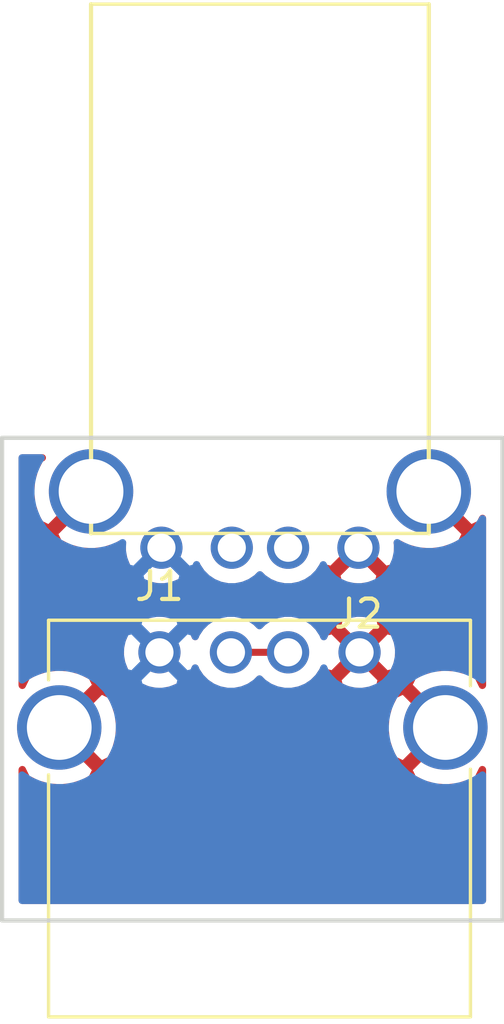
<source format=kicad_pcb>
(kicad_pcb (version 20171130) (host pcbnew 5.1.5)

  (general
    (thickness 1.6)
    (drawings 4)
    (tracks 1)
    (zones 0)
    (modules 2)
    (nets 6)
  )

  (page A4)
  (layers
    (0 F.Cu signal)
    (31 B.Cu signal)
    (32 B.Adhes user)
    (33 F.Adhes user)
    (34 B.Paste user)
    (35 F.Paste user)
    (36 B.SilkS user)
    (37 F.SilkS user)
    (38 B.Mask user)
    (39 F.Mask user)
    (40 Dwgs.User user)
    (41 Cmts.User user)
    (42 Eco1.User user)
    (43 Eco2.User user)
    (44 Edge.Cuts user)
    (45 Margin user)
    (46 B.CrtYd user)
    (47 F.CrtYd user)
    (48 B.Fab user)
    (49 F.Fab user)
  )

  (setup
    (last_trace_width 0.25)
    (trace_clearance 0.2)
    (zone_clearance 0.508)
    (zone_45_only no)
    (trace_min 0.2)
    (via_size 0.6)
    (via_drill 0.4)
    (via_min_size 0.4)
    (via_min_drill 0.3)
    (uvia_size 0.3)
    (uvia_drill 0.1)
    (uvias_allowed no)
    (uvia_min_size 0.2)
    (uvia_min_drill 0.1)
    (edge_width 0.15)
    (segment_width 0.2)
    (pcb_text_width 0.3)
    (pcb_text_size 1.5 1.5)
    (mod_edge_width 0.15)
    (mod_text_size 1 1)
    (mod_text_width 0.15)
    (pad_size 1.524 1.524)
    (pad_drill 0.762)
    (pad_to_mask_clearance 0.2)
    (aux_axis_origin 0 0)
    (visible_elements FFFFFF7F)
    (pcbplotparams
      (layerselection 0x00030_80000001)
      (usegerberextensions false)
      (usegerberattributes false)
      (usegerberadvancedattributes false)
      (creategerberjobfile false)
      (excludeedgelayer true)
      (linewidth 0.100000)
      (plotframeref false)
      (viasonmask false)
      (mode 1)
      (useauxorigin false)
      (hpglpennumber 1)
      (hpglpenspeed 20)
      (hpglpendiameter 15.000000)
      (psnegative false)
      (psa4output false)
      (plotreference true)
      (plotvalue true)
      (plotinvisibletext false)
      (padsonsilk false)
      (subtractmaskfromsilk false)
      (outputformat 1)
      (mirror false)
      (drillshape 1)
      (scaleselection 1)
      (outputdirectory ""))
  )

  (net 0 "")
  (net 1 GND)
  (net 2 "Net-(J1-Pad2)")
  (net 3 VBUS)
  (net 4 "Net-(J2-Pad2)")
  (net 5 "Net-(J2-Pad3)")

  (net_class Default 这是默认网络组.
    (clearance 0.2)
    (trace_width 0.25)
    (via_dia 0.6)
    (via_drill 0.4)
    (uvia_dia 0.3)
    (uvia_drill 0.1)
    (add_net "Net-(J1-Pad2)")
    (add_net "Net-(J2-Pad2)")
    (add_net "Net-(J2-Pad3)")
  )

  (net_class Power ""
    (clearance 0.2)
    (trace_width 0.4)
    (via_dia 0.6)
    (via_drill 0.4)
    (uvia_dia 0.3)
    (uvia_drill 0.1)
    (add_net GND)
    (add_net VBUS)
  )

  (module Icenowy_Connectors:USB_A_Plug (layer F.Cu) (tedit 5E906CAC) (tstamp 5B5A274F)
    (at 156.17 101.06 180)
    (descr "USB A plug")
    (tags "USB USB_A")
    (path /5B4743E8)
    (fp_text reference J2 (at 0 -2.35 180) (layer F.SilkS)
      (effects (font (size 1 1) (thickness 0.15)))
    )
    (fp_text value USB_A (at 3.84 7.44 180) (layer F.Fab)
      (effects (font (size 1 1) (thickness 0.15)))
    )
    (fp_line (start -2.5 19.308) (end 9.5 19.308) (layer F.SilkS) (width 0.12))
    (fp_line (start -2.5 0.508) (end -2.5 19.308) (layer F.SilkS) (width 0.15))
    (fp_line (start -2.5 0.508) (end 9.5 0.508) (layer F.SilkS) (width 0.12))
    (fp_line (start -4.191 -1.397) (end 11.303 -1.397) (layer F.CrtYd) (width 0.05))
    (fp_line (start -4.191 19.431) (end 11.303 19.431) (layer F.CrtYd) (width 0.05))
    (fp_line (start 11.303 -1.397) (end 11.303 19.431) (layer F.CrtYd) (width 0.05))
    (fp_line (start -4.191 19.431) (end -4.191 -1.397) (layer F.CrtYd) (width 0.05))
    (fp_line (start 9.5 0.508) (end 9.5 19.308) (layer F.SilkS) (width 0.15))
    (pad "" np_thru_hole circle (at 1.25 2 90) (size 1.5 1.5) (drill 1.5) (layers *.Cu *.Mask))
    (pad 5 thru_hole circle (at -2.5 2 90) (size 3 3) (drill 2.3) (layers *.Cu *.Mask)
      (net 1 GND))
    (pad 5 thru_hole circle (at 9.5 2 90) (size 3 3) (drill 2.3) (layers *.Cu *.Mask)
      (net 1 GND))
    (pad 4 thru_hole circle (at 0 0 90) (size 1.5 1.5) (drill 1) (layers *.Cu *.Mask)
      (net 1 GND))
    (pad 3 thru_hole circle (at 2.5 0 90) (size 1.5 1.5) (drill 1) (layers *.Cu *.Mask)
      (net 5 "Net-(J2-Pad3)"))
    (pad 2 thru_hole circle (at 4.5 0 90) (size 1.5 1.5) (drill 1) (layers *.Cu *.Mask)
      (net 4 "Net-(J2-Pad2)"))
    (pad 1 thru_hole circle (at 7 0 90) (size 1.5 1.5) (drill 1) (layers *.Cu *.Mask)
      (net 3 VBUS))
    (pad "" np_thru_hole circle (at 5.75 2 90) (size 1.5 1.5) (drill 1.5) (layers *.Cu *.Mask))
    (model /home/icenowy/kicad/packages/USB_A_Plug.step
      (offset (xyz 3.5 -20 0))
      (scale (xyz 1 1 1))
      (rotate (xyz -90 0 0))
    )
  )

  (module Connectors:USB_A (layer F.Cu) (tedit 5543E289) (tstamp 5B476F4F)
    (at 149.1 104.775)
    (descr "USB A connector")
    (tags "USB USB_A")
    (path /5B47439E)
    (fp_text reference J1 (at 0 -2.35) (layer F.SilkS)
      (effects (font (size 1 1) (thickness 0.15)))
    )
    (fp_text value USB_A (at 3.84 7.44) (layer F.Fab)
      (effects (font (size 1 1) (thickness 0.15)))
    )
    (fp_line (start -5.3 13.2) (end -5.3 -1.4) (layer F.CrtYd) (width 0.05))
    (fp_line (start 11.95 -1.4) (end 11.95 13.2) (layer F.CrtYd) (width 0.05))
    (fp_line (start -5.3 13.2) (end 11.95 13.2) (layer F.CrtYd) (width 0.05))
    (fp_line (start -5.3 -1.4) (end 11.95 -1.4) (layer F.CrtYd) (width 0.05))
    (fp_line (start 11.05 -1.14) (end 11.05 1.19) (layer F.SilkS) (width 0.12))
    (fp_line (start -3.94 -1.14) (end -3.94 0.98) (layer F.SilkS) (width 0.12))
    (fp_line (start 11.05 -1.14) (end -3.94 -1.14) (layer F.SilkS) (width 0.12))
    (fp_line (start 11.05 12.95) (end -3.94 12.95) (layer F.SilkS) (width 0.12))
    (fp_line (start 11.05 4.15) (end 11.05 12.95) (layer F.SilkS) (width 0.12))
    (fp_line (start -3.94 4.35) (end -3.94 12.95) (layer F.SilkS) (width 0.12))
    (pad 4 thru_hole circle (at 7.11 0 270) (size 1.5 1.5) (drill 1) (layers *.Cu *.Mask)
      (net 1 GND))
    (pad 3 thru_hole circle (at 4.57 0 270) (size 1.5 1.5) (drill 1) (layers *.Cu *.Mask)
      (net 2 "Net-(J1-Pad2)"))
    (pad 2 thru_hole circle (at 2.54 0 270) (size 1.5 1.5) (drill 1) (layers *.Cu *.Mask)
      (net 2 "Net-(J1-Pad2)"))
    (pad 1 thru_hole circle (at 0 0 270) (size 1.5 1.5) (drill 1) (layers *.Cu *.Mask)
      (net 3 VBUS))
    (pad 5 thru_hole circle (at 10.16 2.67 270) (size 3 3) (drill 2.3) (layers *.Cu *.Mask)
      (net 1 GND))
    (pad 5 thru_hole circle (at -3.56 2.67 270) (size 3 3) (drill 2.3) (layers *.Cu *.Mask)
      (net 1 GND))
    (model ${KISYS3DMOD}/Connectors.3dshapes/USB_A.wrl
      (offset (xyz 3.555999946594238 0 0))
      (scale (xyz 1 1 1))
      (rotate (xyz 0 0 90))
    )
  )

  (gr_line (start 161.29 97.155) (end 143.51 97.155) (angle 90) (layer Edge.Cuts) (width 0.15))
  (gr_line (start 161.29 114.3) (end 161.29 97.155) (angle 90) (layer Edge.Cuts) (width 0.15))
  (gr_line (start 143.51 114.3) (end 161.29 114.3) (angle 90) (layer Edge.Cuts) (width 0.15))
  (gr_line (start 143.51 97.155) (end 143.51 114.3) (angle 90) (layer Edge.Cuts) (width 0.15))

  (segment (start 151.64 104.775) (end 153.67 104.775) (width 0.25) (layer F.Cu) (net 2))

  (zone (net 1) (net_name GND) (layer F.Cu) (tstamp 5B475A28) (hatch edge 0.508)
    (connect_pads (clearance 0.508))
    (min_thickness 0.254)
    (fill yes (arc_segments 16) (thermal_gap 0.508) (thermal_bridge_width 0.508))
    (polygon
      (pts
        (xy 161.29 114.3) (xy 143.51 114.3) (xy 143.51 97.155) (xy 161.29 97.155)
      )
    )
    (filled_polygon
      (pts
        (xy 144.862786 97.903962) (xy 144.67198 98.278745) (xy 144.557956 98.683551) (xy 144.525098 99.102824) (xy 144.574666 99.520451)
        (xy 144.704757 99.920383) (xy 144.862786 100.216038) (xy 145.178347 100.372048) (xy 146.490395 99.06) (xy 146.476253 99.045858)
        (xy 146.655858 98.866253) (xy 146.67 98.880395) (xy 146.684143 98.866253) (xy 146.863748 99.045858) (xy 146.849605 99.06)
        (xy 146.863748 99.074143) (xy 146.684143 99.253748) (xy 146.67 99.239605) (xy 145.357952 100.551653) (xy 145.513962 100.867214)
        (xy 145.888745 101.05802) (xy 146.293551 101.172044) (xy 146.712824 101.204902) (xy 147.130451 101.155334) (xy 147.530383 101.025243)
        (xy 147.792666 100.885052) (xy 147.785 100.923589) (xy 147.785 101.196411) (xy 147.838225 101.463989) (xy 147.942629 101.716043)
        (xy 148.094201 101.942886) (xy 148.287114 102.135799) (xy 148.513957 102.287371) (xy 148.766011 102.391775) (xy 149.033589 102.445)
        (xy 149.306411 102.445) (xy 149.573989 102.391775) (xy 149.826043 102.287371) (xy 150.052886 102.135799) (xy 150.245799 101.942886)
        (xy 150.397371 101.716043) (xy 150.42 101.661412) (xy 150.442629 101.716043) (xy 150.594201 101.942886) (xy 150.787114 102.135799)
        (xy 151.013957 102.287371) (xy 151.266011 102.391775) (xy 151.533589 102.445) (xy 151.806411 102.445) (xy 152.073989 102.391775)
        (xy 152.326043 102.287371) (xy 152.552886 102.135799) (xy 152.67 102.018685) (xy 152.787114 102.135799) (xy 153.013957 102.287371)
        (xy 153.266011 102.391775) (xy 153.533589 102.445) (xy 153.806411 102.445) (xy 154.073989 102.391775) (xy 154.326043 102.287371)
        (xy 154.552886 102.135799) (xy 154.671692 102.016993) (xy 155.392612 102.016993) (xy 155.458137 102.25586) (xy 155.705116 102.37176)
        (xy 155.96996 102.43725) (xy 156.242492 102.449812) (xy 156.512238 102.408965) (xy 156.768832 102.316277) (xy 156.881863 102.25586)
        (xy 156.947388 102.016993) (xy 156.17 101.239605) (xy 155.392612 102.016993) (xy 154.671692 102.016993) (xy 154.745799 101.942886)
        (xy 154.897371 101.716043) (xy 154.917861 101.666574) (xy 154.97414 101.771863) (xy 155.213007 101.837388) (xy 155.990395 101.06)
        (xy 155.976253 101.045858) (xy 156.155858 100.866253) (xy 156.17 100.880395) (xy 156.184143 100.866253) (xy 156.363748 101.045858)
        (xy 156.349605 101.06) (xy 157.126993 101.837388) (xy 157.36586 101.771863) (xy 157.48176 101.524884) (xy 157.54725 101.26004)
        (xy 157.559812 100.987508) (xy 157.543905 100.882458) (xy 157.888745 101.05802) (xy 158.293551 101.172044) (xy 158.712824 101.204902)
        (xy 159.130451 101.155334) (xy 159.530383 101.025243) (xy 159.826038 100.867214) (xy 159.982048 100.551653) (xy 158.67 99.239605)
        (xy 158.655858 99.253748) (xy 158.476253 99.074143) (xy 158.490395 99.06) (xy 158.476253 99.045858) (xy 158.655858 98.866253)
        (xy 158.67 98.880395) (xy 158.684143 98.866253) (xy 158.863748 99.045858) (xy 158.849605 99.06) (xy 160.161653 100.372048)
        (xy 160.477214 100.216038) (xy 160.580001 100.014143) (xy 160.58 105.945392) (xy 160.572047 105.953345) (xy 160.416038 105.637786)
        (xy 160.041255 105.44698) (xy 159.636449 105.332956) (xy 159.217176 105.300098) (xy 158.799549 105.349666) (xy 158.399617 105.479757)
        (xy 158.103962 105.637786) (xy 157.947952 105.953347) (xy 159.26 107.265395) (xy 159.274143 107.251253) (xy 159.453748 107.430858)
        (xy 159.439605 107.445) (xy 159.453748 107.459143) (xy 159.274143 107.638748) (xy 159.26 107.624605) (xy 157.947952 108.936653)
        (xy 158.103962 109.252214) (xy 158.478745 109.44302) (xy 158.883551 109.557044) (xy 159.302824 109.589902) (xy 159.720451 109.540334)
        (xy 160.120383 109.410243) (xy 160.416038 109.252214) (xy 160.572047 108.936655) (xy 160.58 108.944608) (xy 160.58 113.59)
        (xy 144.22 113.59) (xy 144.22 108.944608) (xy 144.227953 108.936655) (xy 144.383962 109.252214) (xy 144.758745 109.44302)
        (xy 145.163551 109.557044) (xy 145.582824 109.589902) (xy 146.000451 109.540334) (xy 146.400383 109.410243) (xy 146.696038 109.252214)
        (xy 146.852048 108.936653) (xy 145.54 107.624605) (xy 145.525858 107.638748) (xy 145.346253 107.459143) (xy 145.360395 107.445)
        (xy 145.719605 107.445) (xy 147.031653 108.757048) (xy 147.347214 108.601038) (xy 147.53802 108.226255) (xy 147.652044 107.821449)
        (xy 147.678189 107.487824) (xy 157.115098 107.487824) (xy 157.164666 107.905451) (xy 157.294757 108.305383) (xy 157.452786 108.601038)
        (xy 157.768347 108.757048) (xy 159.080395 107.445) (xy 157.768347 106.132952) (xy 157.452786 106.288962) (xy 157.26198 106.663745)
        (xy 157.147956 107.068551) (xy 157.115098 107.487824) (xy 147.678189 107.487824) (xy 147.684902 107.402176) (xy 147.635334 106.984549)
        (xy 147.505243 106.584617) (xy 147.347214 106.288962) (xy 147.031653 106.132952) (xy 145.719605 107.445) (xy 145.360395 107.445)
        (xy 145.346253 107.430858) (xy 145.525858 107.251253) (xy 145.54 107.265395) (xy 146.852048 105.953347) (xy 146.696038 105.637786)
        (xy 146.321255 105.44698) (xy 145.916449 105.332956) (xy 145.497176 105.300098) (xy 145.079549 105.349666) (xy 144.679617 105.479757)
        (xy 144.383962 105.637786) (xy 144.227953 105.953345) (xy 144.22 105.945392) (xy 144.22 104.638589) (xy 147.715 104.638589)
        (xy 147.715 104.911411) (xy 147.768225 105.178989) (xy 147.872629 105.431043) (xy 148.024201 105.657886) (xy 148.217114 105.850799)
        (xy 148.443957 106.002371) (xy 148.696011 106.106775) (xy 148.963589 106.16) (xy 149.236411 106.16) (xy 149.503989 106.106775)
        (xy 149.756043 106.002371) (xy 149.982886 105.850799) (xy 150.175799 105.657886) (xy 150.327371 105.431043) (xy 150.37 105.328127)
        (xy 150.412629 105.431043) (xy 150.564201 105.657886) (xy 150.757114 105.850799) (xy 150.983957 106.002371) (xy 151.236011 106.106775)
        (xy 151.503589 106.16) (xy 151.776411 106.16) (xy 152.043989 106.106775) (xy 152.296043 106.002371) (xy 152.522886 105.850799)
        (xy 152.655 105.718685) (xy 152.787114 105.850799) (xy 153.013957 106.002371) (xy 153.266011 106.106775) (xy 153.533589 106.16)
        (xy 153.806411 106.16) (xy 154.073989 106.106775) (xy 154.326043 106.002371) (xy 154.552886 105.850799) (xy 154.671692 105.731993)
        (xy 155.432612 105.731993) (xy 155.498137 105.97086) (xy 155.745116 106.08676) (xy 156.00996 106.15225) (xy 156.282492 106.164812)
        (xy 156.552238 106.123965) (xy 156.808832 106.031277) (xy 156.921863 105.97086) (xy 156.987388 105.731993) (xy 156.21 104.954605)
        (xy 155.432612 105.731993) (xy 154.671692 105.731993) (xy 154.745799 105.657886) (xy 154.897371 105.431043) (xy 154.938511 105.331721)
        (xy 154.953723 105.373832) (xy 155.01414 105.486863) (xy 155.253007 105.552388) (xy 156.030395 104.775) (xy 156.389605 104.775)
        (xy 157.166993 105.552388) (xy 157.40586 105.486863) (xy 157.52176 105.239884) (xy 157.58725 104.97504) (xy 157.599812 104.702508)
        (xy 157.558965 104.432762) (xy 157.466277 104.176168) (xy 157.40586 104.063137) (xy 157.166993 103.997612) (xy 156.389605 104.775)
        (xy 156.030395 104.775) (xy 155.253007 103.997612) (xy 155.01414 104.063137) (xy 154.939836 104.221477) (xy 154.897371 104.118957)
        (xy 154.745799 103.892114) (xy 154.671692 103.818007) (xy 155.432612 103.818007) (xy 156.21 104.595395) (xy 156.987388 103.818007)
        (xy 156.921863 103.57914) (xy 156.674884 103.46324) (xy 156.41004 103.39775) (xy 156.137508 103.385188) (xy 155.867762 103.426035)
        (xy 155.611168 103.518723) (xy 155.498137 103.57914) (xy 155.432612 103.818007) (xy 154.671692 103.818007) (xy 154.552886 103.699201)
        (xy 154.326043 103.547629) (xy 154.073989 103.443225) (xy 153.806411 103.39) (xy 153.533589 103.39) (xy 153.266011 103.443225)
        (xy 153.013957 103.547629) (xy 152.787114 103.699201) (xy 152.655 103.831315) (xy 152.522886 103.699201) (xy 152.296043 103.547629)
        (xy 152.043989 103.443225) (xy 151.776411 103.39) (xy 151.503589 103.39) (xy 151.236011 103.443225) (xy 150.983957 103.547629)
        (xy 150.757114 103.699201) (xy 150.564201 103.892114) (xy 150.412629 104.118957) (xy 150.37 104.221873) (xy 150.327371 104.118957)
        (xy 150.175799 103.892114) (xy 149.982886 103.699201) (xy 149.756043 103.547629) (xy 149.503989 103.443225) (xy 149.236411 103.39)
        (xy 148.963589 103.39) (xy 148.696011 103.443225) (xy 148.443957 103.547629) (xy 148.217114 103.699201) (xy 148.024201 103.892114)
        (xy 147.872629 104.118957) (xy 147.768225 104.371011) (xy 147.715 104.638589) (xy 144.22 104.638589) (xy 144.22 97.865)
        (xy 144.941594 97.865)
      )
    )
  )
  (zone (net 3) (net_name VBUS) (layer B.Cu) (tstamp 5B475A29) (hatch edge 0.508)
    (connect_pads (clearance 0.508))
    (min_thickness 0.254)
    (fill yes (arc_segments 16) (thermal_gap 0.508) (thermal_bridge_width 0.508))
    (polygon
      (pts
        (xy 161.29 114.3) (xy 143.51 114.3) (xy 143.51 97.155) (xy 161.29 97.155)
      )
    )
    (filled_polygon
      (pts
        (xy 144.777988 98.048698) (xy 144.617047 98.437244) (xy 144.535 98.849721) (xy 144.535 99.270279) (xy 144.617047 99.682756)
        (xy 144.777988 100.071302) (xy 145.011637 100.420983) (xy 145.309017 100.718363) (xy 145.658698 100.952012) (xy 146.047244 101.112953)
        (xy 146.459721 101.195) (xy 146.880279 101.195) (xy 147.292756 101.112953) (xy 147.681302 100.952012) (xy 147.791914 100.878104)
        (xy 147.780188 101.132492) (xy 147.821035 101.402238) (xy 147.913723 101.658832) (xy 147.97414 101.771863) (xy 148.213007 101.837388)
        (xy 148.990395 101.06) (xy 148.976253 101.045858) (xy 149.155858 100.866253) (xy 149.17 100.880395) (xy 149.184143 100.866253)
        (xy 149.363748 101.045858) (xy 149.349605 101.06) (xy 150.126993 101.837388) (xy 150.36586 101.771863) (xy 150.418918 101.658799)
        (xy 150.442629 101.716043) (xy 150.594201 101.942886) (xy 150.787114 102.135799) (xy 151.013957 102.287371) (xy 151.266011 102.391775)
        (xy 151.533589 102.445) (xy 151.806411 102.445) (xy 152.073989 102.391775) (xy 152.326043 102.287371) (xy 152.552886 102.135799)
        (xy 152.67 102.018685) (xy 152.787114 102.135799) (xy 153.013957 102.287371) (xy 153.266011 102.391775) (xy 153.533589 102.445)
        (xy 153.806411 102.445) (xy 154.073989 102.391775) (xy 154.326043 102.287371) (xy 154.552886 102.135799) (xy 154.745799 101.942886)
        (xy 154.897371 101.716043) (xy 154.92 101.661412) (xy 154.942629 101.716043) (xy 155.094201 101.942886) (xy 155.287114 102.135799)
        (xy 155.513957 102.287371) (xy 155.766011 102.391775) (xy 156.033589 102.445) (xy 156.306411 102.445) (xy 156.573989 102.391775)
        (xy 156.826043 102.287371) (xy 157.052886 102.135799) (xy 157.245799 101.942886) (xy 157.397371 101.716043) (xy 157.501775 101.463989)
        (xy 157.555 101.196411) (xy 157.555 100.923589) (xy 157.545625 100.876459) (xy 157.658698 100.952012) (xy 158.047244 101.112953)
        (xy 158.459721 101.195) (xy 158.880279 101.195) (xy 159.292756 101.112953) (xy 159.681302 100.952012) (xy 160.030983 100.718363)
        (xy 160.328363 100.420983) (xy 160.562012 100.071302) (xy 160.580001 100.027873) (xy 160.58 105.759253) (xy 160.271302 105.552988)
        (xy 159.882756 105.392047) (xy 159.470279 105.31) (xy 159.049721 105.31) (xy 158.637244 105.392047) (xy 158.248698 105.552988)
        (xy 157.899017 105.786637) (xy 157.601637 106.084017) (xy 157.367988 106.433698) (xy 157.207047 106.822244) (xy 157.125 107.234721)
        (xy 157.125 107.655279) (xy 157.207047 108.067756) (xy 157.367988 108.456302) (xy 157.601637 108.805983) (xy 157.899017 109.103363)
        (xy 158.248698 109.337012) (xy 158.637244 109.497953) (xy 159.049721 109.58) (xy 159.470279 109.58) (xy 159.882756 109.497953)
        (xy 160.271302 109.337012) (xy 160.58 109.130747) (xy 160.58 113.59) (xy 144.22 113.59) (xy 144.22 109.130747)
        (xy 144.528698 109.337012) (xy 144.917244 109.497953) (xy 145.329721 109.58) (xy 145.750279 109.58) (xy 146.162756 109.497953)
        (xy 146.551302 109.337012) (xy 146.900983 109.103363) (xy 147.198363 108.805983) (xy 147.432012 108.456302) (xy 147.592953 108.067756)
        (xy 147.675 107.655279) (xy 147.675 107.234721) (xy 147.592953 106.822244) (xy 147.432012 106.433698) (xy 147.198363 106.084017)
        (xy 146.900983 105.786637) (xy 146.819203 105.731993) (xy 148.322612 105.731993) (xy 148.388137 105.97086) (xy 148.635116 106.08676)
        (xy 148.89996 106.15225) (xy 149.172492 106.164812) (xy 149.442238 106.123965) (xy 149.698832 106.031277) (xy 149.811863 105.97086)
        (xy 149.877388 105.731993) (xy 149.1 104.954605) (xy 148.322612 105.731993) (xy 146.819203 105.731993) (xy 146.551302 105.552988)
        (xy 146.162756 105.392047) (xy 145.750279 105.31) (xy 145.329721 105.31) (xy 144.917244 105.392047) (xy 144.528698 105.552988)
        (xy 144.22 105.759253) (xy 144.22 104.847492) (xy 147.710188 104.847492) (xy 147.751035 105.117238) (xy 147.843723 105.373832)
        (xy 147.90414 105.486863) (xy 148.143007 105.552388) (xy 148.920395 104.775) (xy 149.279605 104.775) (xy 150.056993 105.552388)
        (xy 150.29586 105.486863) (xy 150.370164 105.328523) (xy 150.412629 105.431043) (xy 150.564201 105.657886) (xy 150.757114 105.850799)
        (xy 150.983957 106.002371) (xy 151.236011 106.106775) (xy 151.503589 106.16) (xy 151.776411 106.16) (xy 152.043989 106.106775)
        (xy 152.296043 106.002371) (xy 152.522886 105.850799) (xy 152.655 105.718685) (xy 152.787114 105.850799) (xy 153.013957 106.002371)
        (xy 153.266011 106.106775) (xy 153.533589 106.16) (xy 153.806411 106.16) (xy 154.073989 106.106775) (xy 154.326043 106.002371)
        (xy 154.552886 105.850799) (xy 154.745799 105.657886) (xy 154.897371 105.431043) (xy 154.94 105.328127) (xy 154.982629 105.431043)
        (xy 155.134201 105.657886) (xy 155.327114 105.850799) (xy 155.553957 106.002371) (xy 155.806011 106.106775) (xy 156.073589 106.16)
        (xy 156.346411 106.16) (xy 156.613989 106.106775) (xy 156.866043 106.002371) (xy 157.092886 105.850799) (xy 157.285799 105.657886)
        (xy 157.437371 105.431043) (xy 157.541775 105.178989) (xy 157.595 104.911411) (xy 157.595 104.638589) (xy 157.541775 104.371011)
        (xy 157.437371 104.118957) (xy 157.285799 103.892114) (xy 157.092886 103.699201) (xy 156.866043 103.547629) (xy 156.613989 103.443225)
        (xy 156.346411 103.39) (xy 156.073589 103.39) (xy 155.806011 103.443225) (xy 155.553957 103.547629) (xy 155.327114 103.699201)
        (xy 155.134201 103.892114) (xy 154.982629 104.118957) (xy 154.94 104.221873) (xy 154.897371 104.118957) (xy 154.745799 103.892114)
        (xy 154.552886 103.699201) (xy 154.326043 103.547629) (xy 154.073989 103.443225) (xy 153.806411 103.39) (xy 153.533589 103.39)
        (xy 153.266011 103.443225) (xy 153.013957 103.547629) (xy 152.787114 103.699201) (xy 152.655 103.831315) (xy 152.522886 103.699201)
        (xy 152.296043 103.547629) (xy 152.043989 103.443225) (xy 151.776411 103.39) (xy 151.503589 103.39) (xy 151.236011 103.443225)
        (xy 150.983957 103.547629) (xy 150.757114 103.699201) (xy 150.564201 103.892114) (xy 150.412629 104.118957) (xy 150.371489 104.218279)
        (xy 150.356277 104.176168) (xy 150.29586 104.063137) (xy 150.056993 103.997612) (xy 149.279605 104.775) (xy 148.920395 104.775)
        (xy 148.143007 103.997612) (xy 147.90414 104.063137) (xy 147.78824 104.310116) (xy 147.72275 104.57496) (xy 147.710188 104.847492)
        (xy 144.22 104.847492) (xy 144.22 103.818007) (xy 148.322612 103.818007) (xy 149.1 104.595395) (xy 149.877388 103.818007)
        (xy 149.811863 103.57914) (xy 149.564884 103.46324) (xy 149.30004 103.39775) (xy 149.027508 103.385188) (xy 148.757762 103.426035)
        (xy 148.501168 103.518723) (xy 148.388137 103.57914) (xy 148.322612 103.818007) (xy 144.22 103.818007) (xy 144.22 102.016993)
        (xy 148.392612 102.016993) (xy 148.458137 102.25586) (xy 148.705116 102.37176) (xy 148.96996 102.43725) (xy 149.242492 102.449812)
        (xy 149.512238 102.408965) (xy 149.768832 102.316277) (xy 149.881863 102.25586) (xy 149.947388 102.016993) (xy 149.17 101.239605)
        (xy 148.392612 102.016993) (xy 144.22 102.016993) (xy 144.22 97.865) (xy 144.900731 97.865)
      )
    )
  )
)

</source>
